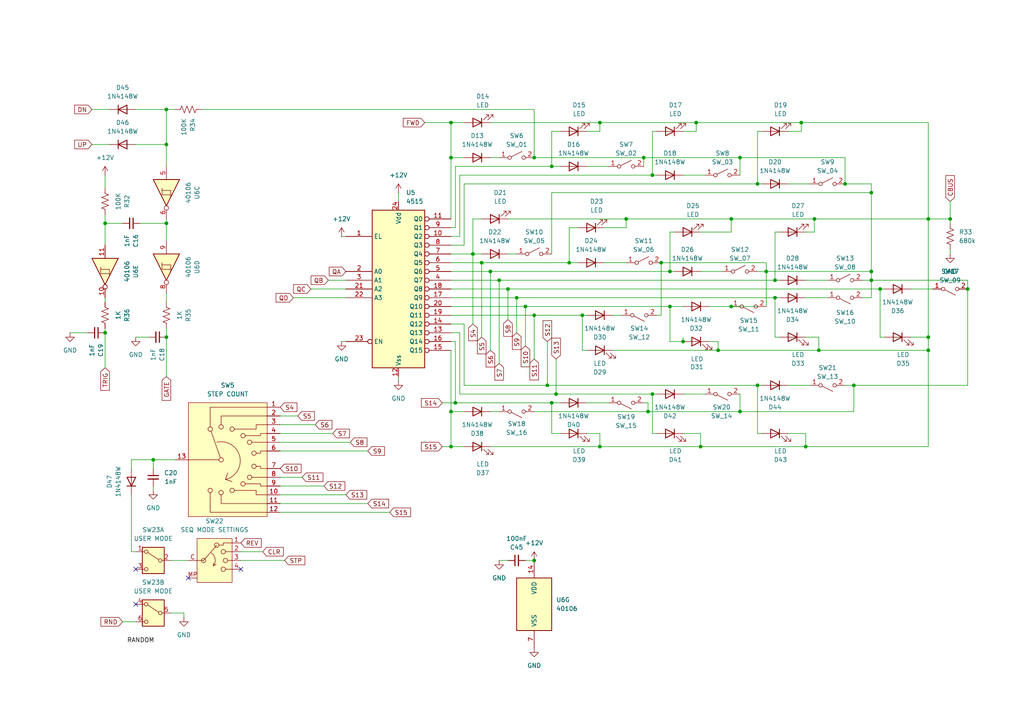
<source format=kicad_sch>
(kicad_sch (version 20231120) (generator "eeschema") (generator_version "8.0")
  (paper "A4")
  (lib_symbols
    (symbol "4xxx:40106" (pin_names (offset 1.016))
      (property "Reference" "U" (at 0 1.27 0))
      (property "Value" "40106" (at 0 -1.27 0))
      (symbol "40106_1_0"
        (pin input line (at -7.62 0 0) (length 3.81) (name "~") (number "1"))
        (pin output inverted (at 7.62 0 180) (length 3.81) (name "~") (number "2"))
      )
      (symbol "40106_2_0"
        (pin input line (at -7.62 0 0) (length 3.81) (name "~") (number "3"))
        (pin output inverted (at 7.62 0 180) (length 3.81) (name "~") (number "4"))
      )
      (symbol "40106_3_0"
        (pin input line (at -7.62 0 0) (length 3.81) (name "~") (number "5"))
        (pin output inverted (at 7.62 0 180) (length 3.81) (name "~") (number "6"))
      )
      (symbol "40106_4_0"
        (pin output inverted (at 7.62 0 180) (length 3.81) (name "~") (number "8"))
        (pin input line (at -7.62 0 0) (length 3.81) (name "~") (number "9"))
      )
      (symbol "40106_5_0"
        (pin output inverted (at 7.62 0 180) (length 3.81) (name "~") (number "10"))
        (pin input line (at -7.62 0 0) (length 3.81) (name "~") (number "11"))
      )
      (symbol "40106_6_0"
        (pin output inverted (at 7.62 0 180) (length 3.81) (name "~") (number "12"))
        (pin input line (at -7.62 0 0) (length 3.81) (name "~") (number "13"))
      )
      (symbol "40106_7_0"
        (pin power_in line (at 0 12.7 270) (length 5.08) (name "VDD") (number "14"))
        (pin power_in line (at 0 -12.7 90) (length 5.08) (name "VSS") (number "7"))
      )
    )
    (symbol "4xxx_IEEE:4515"
      (property "Reference" "U" (at 6.35 24.13 0))
      (property "Value" "4515" (at 3.81 -24.13 0))
      (symbol "4515_1_1"
        (pin input line (at -15.24 15.24 0) (length 7.62) (name "EL") (number "1"))
        (pin output inverted (at 15.24 15.24 180) (length 7.62) (name "Q2") (number "10"))
        (pin output inverted (at 15.24 20.32 180) (length 7.62) (name "Q0") (number "11"))
        (pin power_in line (at 0 -25.4 90) (length 2.54) (name "Vss") (number "12"))
        (pin output inverted (at 15.24 -12.7 180) (length 7.62) (name "Q13") (number "13"))
        (pin output inverted (at 15.24 -10.16 180) (length 7.62) (name "Q12") (number "14"))
        (pin output inverted (at 15.24 -17.78 180) (length 7.62) (name "Q15") (number "15"))
        (pin output inverted (at 15.24 -15.24 180) (length 7.62) (name "Q14") (number "16"))
        (pin output inverted (at 15.24 -2.54 180) (length 7.62) (name "Q9") (number "17"))
        (pin output inverted (at 15.24 0 180) (length 7.62) (name "Q8") (number "18"))
        (pin output inverted (at 15.24 -7.62 180) (length 7.62) (name "Q11") (number "19"))
        (pin input line (at -15.24 5.08 0) (length 7.62) (name "A0") (number "2"))
        (pin output inverted (at 15.24 -5.08 180) (length 7.62) (name "Q10") (number "20"))
        (pin input line (at -15.24 0 0) (length 7.62) (name "A2") (number "21"))
        (pin input line (at -15.24 -2.54 0) (length 7.62) (name "A3") (number "22"))
        (pin input inverted (at -15.24 -15.24 0) (length 7.62) (name "EN") (number "23"))
        (pin power_in line (at 0 25.4 270) (length 2.54) (name "Vdd") (number "24"))
        (pin input line (at -15.24 2.54 0) (length 7.62) (name "A1") (number "3"))
        (pin output inverted (at 15.24 2.54 180) (length 7.62) (name "Q7") (number "4"))
        (pin output inverted (at 15.24 5.08 180) (length 7.62) (name "Q6") (number "5"))
        (pin output inverted (at 15.24 7.62 180) (length 7.62) (name "Q5") (number "6"))
        (pin output inverted (at 15.24 10.16 180) (length 7.62) (name "Q4") (number "7"))
        (pin output inverted (at 15.24 12.7 180) (length 7.62) (name "Q3") (number "8"))
        (pin output inverted (at 15.24 17.78 180) (length 7.62) (name "Q1") (number "9"))
      )
    )
    (symbol "Device:C_Small" (pin_numbers hide) (pin_names (offset 0.254) hide)
      (property "Reference" "C" (at 0.254 1.778 0))
      (property "Value" "C_Small" (at 0.254 -2.032 0))
      (symbol "C_Small_1_1"
        (pin passive line (at 0 2.54 270) (length 2.032) (name "~") (number "1"))
        (pin passive line (at 0 -2.54 90) (length 2.032) (name "~") (number "2"))
      )
    )
    (symbol "Device:LED" (pin_numbers hide) (pin_names (offset 1.016) hide)
      (property "Reference" "D" (at 0 2.54 0))
      (property "Value" "LED" (at 0 -2.54 0))
      (symbol "LED_1_1"
        (pin passive line (at -3.81 0 0) (length 2.54) (name "K") (number "1"))
        (pin passive line (at 3.81 0 180) (length 2.54) (name "A") (number "2"))
      )
    )
    (symbol "Device:R_US" (pin_numbers hide) (pin_names (offset 0))
      (property "Reference" "R" (at 2.54 0 90))
      (property "Value" "R_US" (at -2.54 0 90))
      (symbol "R_US_1_1"
        (pin passive line (at 0 3.81 270) (length 1.27) (name "~") (number "1"))
        (pin passive line (at 0 -3.81 90) (length 1.27) (name "~") (number "2"))
      )
    )
    (symbol "Diode:1N4148W" (pin_numbers hide) (pin_names hide)
      (property "Reference" "D" (at 0 2.54 0))
      (property "Value" "1N4148W" (at 0 -2.54 0))
      (symbol "1N4148W_1_1"
        (pin passive line (at -3.81 0 0) (length 2.54) (name "K") (number "1"))
        (pin passive line (at 3.81 0 180) (length 2.54) (name "A") (number "2"))
      )
    )
    (symbol "Switch:SW_DPDT_x2" (pin_names (offset 0) hide)
      (property "Reference" "SW" (at 0 5.08 0))
      (property "Value" "SW_DPDT_x2" (at 0 -5.08 0))
      (symbol "SW_DPDT_x2_1_1"
        (pin passive line (at 5.08 2.54 180) (length 2.54) (name "A") (number "1"))
        (pin passive line (at -5.08 0 0) (length 2.54) (name "B") (number "2"))
        (pin passive line (at 5.08 -2.54 180) (length 2.54) (name "C") (number "3"))
      )
      (symbol "SW_DPDT_x2_2_1"
        (pin passive line (at 5.08 2.54 180) (length 2.54) (name "A") (number "4"))
        (pin passive line (at -5.08 0 0) (length 2.54) (name "B") (number "5"))
        (pin passive line (at 5.08 -2.54 180) (length 2.54) (name "C") (number "6"))
      )
    )
    (symbol "Switch:SW_Rotary_1x12" (pin_names (offset 1.016) hide)
      (property "Reference" "SW" (at 0 17.78 0))
      (property "Value" "SW_Rotary_1x12" (at 0 -17.78 0))
      (symbol "SW_Rotary_1x12_1_1"
        (pin passive line (at 15.24 15.24 180) (length 3.81) (name "1") (number "1"))
        (pin passive line (at 15.24 -10.16 180) (length 3.81) (name "10") (number "10"))
        (pin passive line (at 15.24 -12.7 180) (length 3.81) (name "11") (number "11"))
        (pin passive line (at 15.24 -15.24 180) (length 3.81) (name "12") (number "12"))
        (pin passive line (at -15.24 0 0) (length 3.81) (name "13") (number "13"))
        (pin passive line (at 15.24 12.7 180) (length 3.81) (name "2") (number "2"))
        (pin passive line (at 15.24 10.16 180) (length 3.81) (name "3") (number "3"))
        (pin passive line (at 15.24 7.62 180) (length 3.81) (name "4") (number "4"))
        (pin passive line (at 15.24 5.08 180) (length 3.81) (name "5") (number "5"))
        (pin passive line (at 15.24 2.54 180) (length 3.81) (name "6") (number "6"))
        (pin passive line (at 15.24 -2.54 180) (length 3.81) (name "7") (number "7"))
        (pin passive line (at 15.24 -5.08 180) (length 3.81) (name "8") (number "8"))
        (pin passive line (at 15.24 -7.62 180) (length 3.81) (name "9") (number "9"))
      )
    )
    (symbol "Switch:SW_SP4T_NR01104" (pin_names hide)
      (property "Reference" "SW" (at 0 7.62 0))
      (property "Value" "SW_SP4T_NR01104" (at 0 -7.62 0))
      (symbol "SW_SP4T_NR01104_1_1"
        (pin passive line (at 7.62 5.08 180) (length 2.54) (name "1") (number "1"))
        (pin passive line (at 7.62 2.54 180) (length 2.54) (name "2") (number "2"))
        (pin passive line (at 7.62 0 180) (length 2.54) (name "3") (number "3"))
        (pin passive line (at 7.62 -2.54 180) (length 2.54) (name "4") (number "4"))
        (pin no_connect line (at 5.08 -5.08 180) (length 0) hide (name "") (number "5"))
        (pin passive line (at -7.62 0 0) (length 2.54) (name "Common") (number "C"))
        (pin passive line (at -7.62 -5.08 0) (length 2.54) (name "MP") (number "MP"))
      )
    )
    (symbol "Switch:SW_SPST" (pin_names (offset 0) hide)
      (property "Reference" "SW" (at 0 3.175 0))
      (property "Value" "SW_SPST" (at 0 -2.54 0))
      (symbol "SW_SPST_1_1"
        (pin passive line (at -5.08 0 0) (length 2.54) (name "A") (number "1"))
        (pin passive line (at 5.08 0 180) (length 2.54) (name "B") (number "2"))
      )
    )
    (symbol "power:+12V" (power) (pin_numbers hide) (pin_names (offset 0) hide)
      (property "Value" "+12V" (at 0 3.556 0))
      (symbol "+12V_1_1"
        (pin power_in line (at 0 0 90) (length 0) (name "~") (number "1"))
      )
    )
    (symbol "power:GND" (power) (pin_numbers hide) (pin_names (offset 0) hide)
      (property "Value" "GND" (at 0 -3.81 0))
      (symbol "GND_1_1"
        (pin power_in line (at 0 0 270) (length 0) (name "~") (number "1"))
      )
    )
  )
  (junction (at 212.09 63.5))
  (junction (at 224.79 81.28))
  (junction (at 181.61 63.5))
  (junction (at 233.68 129.54))
  (junction (at 130.81 45.72))
  (junction (at 30.48 96.52))
  (junction (at 130.81 35.56))
  (junction (at 152.4 88.9))
  (junction (at 139.7 76.2))
  (junction (at 44.45 133.35))
  (junction (at 158.75 111.76))
  (junction (at 160.02 116.84))
  (junction (at 186.69 45.72))
  (junction (at 191.77 76.2))
  (junction (at 149.86 86.36))
  (junction (at 252.73 78.74))
  (junction (at 168.91 91.44))
  (junction (at 237.49 101.6))
  (junction (at 275.59 63.5))
  (junction (at 132.08 116.84))
  (junction (at 214.63 119.38))
  (junction (at 173.99 129.54))
  (junction (at 194.31 88.9))
  (junction (at 48.26 41.91))
  (junction (at 165.1 76.2))
  (junction (at 30.48 64.77))
  (junction (at 154.94 162.56))
  (junction (at 222.25 78.74))
  (junction (at 280.67 83.82))
  (junction (at 144.78 81.28))
  (junction (at 201.93 35.56))
  (junction (at 208.28 101.6))
  (junction (at 252.73 55.88))
  (junction (at 187.96 119.38))
  (junction (at 48.26 97.79))
  (junction (at 232.41 35.56))
  (junction (at 198.12 99.06))
  (junction (at 48.26 31.75))
  (junction (at 130.81 119.38))
  (junction (at 189.23 114.3))
  (junction (at 147.32 83.82))
  (junction (at 203.2 129.54))
  (junction (at 269.24 97.79))
  (junction (at 194.31 78.74))
  (junction (at 269.24 101.6))
  (junction (at 219.71 111.76))
  (junction (at 224.79 86.36))
  (junction (at 219.71 53.34))
  (junction (at 154.94 91.44))
  (junction (at 154.94 45.72))
  (junction (at 137.16 73.66))
  (junction (at 212.09 88.9))
  (junction (at 269.24 63.5))
  (junction (at 247.65 111.76))
  (junction (at 189.23 50.8))
  (junction (at 161.29 114.3))
  (junction (at 173.99 35.56))
  (junction (at 236.22 63.5))
  (junction (at 130.81 129.54))
  (junction (at 255.27 83.82))
  (junction (at 160.02 48.26))
  (junction (at 245.11 53.34))
  (junction (at 48.26 64.77))
  (junction (at 214.63 45.72))
  (junction (at 252.73 81.28))
  (junction (at 142.24 78.74))
  (no_connect (at 54.61 167.64))
  (no_connect (at 69.85 165.1))
  (no_connect (at 39.37 165.1))
  (no_connect (at 39.37 175.26))
  (wire (pts (xy 201.93 38.1) (xy 198.12 38.1)))
  (wire (pts (xy 38.1 160.02) (xy 39.37 160.02)))
  (wire (pts (xy 173.99 38.1) (xy 170.18 38.1)))
  (wire (pts (xy 240.03 86.36) (xy 233.68 86.36)))
  (wire (pts (xy 133.35 50.8) (xy 133.35 68.58)))
  (wire (pts (xy 130.81 78.74) (xy 142.24 78.74)))
  (wire (pts (xy 147.32 83.82) (xy 147.32 92.71)))
  (wire (pts (xy 137.16 73.66) (xy 139.7 73.66)))
  (wire (pts (xy 173.99 35.56) (xy 201.93 35.56)))
  (wire (pts (xy 58.42 31.75) (xy 154.94 31.75)))
  (wire (pts (xy 233.68 129.54) (xy 233.68 125.73)))
  (wire (pts (xy 48.26 87.63) (xy 48.26 85.09)))
  (wire (pts (xy 187.96 116.84) (xy 187.96 119.38)))
  (wire (pts (xy 161.29 104.14) (xy 161.29 114.3)))
  (wire (pts (xy 123.19 35.56) (xy 130.81 35.56)))
  (wire (pts (xy 236.22 63.5) (xy 236.22 67.31)))
  (wire (pts (xy 208.28 101.6) (xy 237.49 101.6)))
  (wire (pts (xy 255.27 97.79) (xy 255.27 83.82)))
  (wire (pts (xy 275.59 58.42) (xy 275.59 63.5)))
  (wire (pts (xy 269.24 97.79) (xy 264.16 97.79)))
  (wire (pts (xy 247.65 119.38) (xy 247.65 111.76)))
  (wire (pts (xy 219.71 38.1) (xy 220.98 38.1)))
  (wire (pts (xy 69.85 162.56) (xy 82.55 162.56)))
  (wire (pts (xy 201.93 35.56) (xy 201.93 38.1)))
  (wire (pts (xy 133.35 50.8) (xy 189.23 50.8)))
  (wire (pts (xy 128.27 129.54) (xy 130.81 129.54)))
  (wire (pts (xy 134.62 93.98) (xy 130.81 93.98)))
  (wire (pts (xy 176.53 116.84) (xy 170.18 116.84)))
  (wire (pts (xy 142.24 35.56) (xy 173.99 35.56)))
  (wire (pts (xy 236.22 67.31) (xy 233.68 67.31)))
  (wire (pts (xy 194.31 78.74) (xy 195.58 78.74)))
  (wire (pts (xy 168.91 91.44) (xy 170.18 91.44)))
  (wire (pts (xy 233.68 81.28) (xy 240.03 81.28)))
  (wire (pts (xy 81.28 128.27) (xy 101.6 128.27)))
  (wire (pts (xy 130.81 88.9) (xy 152.4 88.9)))
  (wire (pts (xy 130.81 119.38) (xy 134.62 119.38)))
  (wire (pts (xy 160.02 73.66) (xy 160.02 55.88)))
  (wire (pts (xy 38.1 133.35) (xy 38.1 135.89)))
  (wire (pts (xy 132.08 116.84) (xy 132.08 99.06)))
  (wire (pts (xy 232.41 38.1) (xy 228.6 38.1)))
  (wire (pts (xy 245.11 111.76) (xy 247.65 111.76)))
  (wire (pts (xy 134.62 53.34) (xy 219.71 53.34)))
  (wire (pts (xy 48.26 63.5) (xy 48.26 64.77)))
  (wire (pts (xy 132.08 116.84) (xy 160.02 116.84)))
  (wire (pts (xy 198.12 97.79) (xy 198.12 99.06)))
  (wire (pts (xy 160.02 55.88) (xy 252.73 55.88)))
  (wire (pts (xy 161.29 114.3) (xy 189.23 114.3)))
  (wire (pts (xy 269.24 63.5) (xy 275.59 63.5)))
  (wire (pts (xy 95.25 81.28) (xy 100.33 81.28)))
  (wire (pts (xy 168.91 101.6) (xy 170.18 101.6)))
  (wire (pts (xy 198.12 125.73) (xy 203.2 125.73)))
  (wire (pts (xy 142.24 78.74) (xy 194.31 78.74)))
  (wire (pts (xy 154.94 91.44) (xy 168.91 91.44)))
  (wire (pts (xy 180.34 91.44) (xy 177.8 91.44)))
  (wire (pts (xy 165.1 66.04) (xy 167.64 66.04)))
  (wire (pts (xy 137.16 63.5) (xy 137.16 73.66)))
  (wire (pts (xy 189.23 50.8) (xy 190.5 50.8)))
  (wire (pts (xy 160.02 38.1) (xy 160.02 48.26)))
  (wire (pts (xy 81.28 138.43) (xy 87.63 138.43)))
  (wire (pts (xy 219.71 78.74) (xy 222.25 78.74)))
  (wire (pts (xy 38.1 143.51) (xy 38.1 160.02)))
  (wire (pts (xy 173.99 35.56) (xy 173.99 38.1)))
  (wire (pts (xy 181.61 63.5) (xy 212.09 63.5)))
  (wire (pts (xy 30.48 96.52) (xy 30.48 106.68)))
  (wire (pts (xy 139.7 76.2) (xy 139.7 97.79)))
  (wire (pts (xy 38.1 133.35) (xy 44.45 133.35)))
  (wire (pts (xy 81.28 120.65) (xy 86.36 120.65)))
  (wire (pts (xy 237.49 101.6) (xy 269.24 101.6)))
  (wire (pts (xy 30.48 50.8) (xy 30.48 54.61)))
  (wire (pts (xy 50.8 133.35) (xy 44.45 133.35)))
  (wire (pts (xy 20.32 96.52) (xy 25.4 96.52)))
  (wire (pts (xy 30.48 62.23) (xy 30.48 64.77)))
  (wire (pts (xy 31.75 31.75) (xy 26.67 31.75)))
  (wire (pts (xy 252.73 81.28) (xy 252.73 86.36)))
  (wire (pts (xy 194.31 67.31) (xy 195.58 67.31)))
  (wire (pts (xy 275.59 72.39) (xy 275.59 73.66)))
  (wire (pts (xy 30.48 87.63) (xy 30.48 86.36)))
  (wire (pts (xy 269.24 35.56) (xy 232.41 35.56)))
  (wire (pts (xy 48.26 41.91) (xy 48.26 48.26)))
  (wire (pts (xy 154.94 119.38) (xy 187.96 119.38)))
  (wire (pts (xy 158.75 99.06) (xy 158.75 111.76)))
  (wire (pts (xy 100.33 86.36) (xy 85.09 86.36)))
  (wire (pts (xy 224.79 86.36) (xy 226.06 86.36)))
  (wire (pts (xy 186.69 116.84) (xy 187.96 116.84)))
  (wire (pts (xy 269.24 101.6) (xy 269.24 129.54)))
  (wire (pts (xy 177.8 101.6) (xy 208.28 101.6)))
  (wire (pts (xy 186.69 45.72) (xy 214.63 45.72)))
  (wire (pts (xy 222.25 78.74) (xy 252.73 78.74)))
  (wire (pts (xy 189.23 125.73) (xy 189.23 114.3)))
  (wire (pts (xy 187.96 119.38) (xy 214.63 119.38)))
  (wire (pts (xy 154.94 45.72) (xy 186.69 45.72)))
  (wire (pts (xy 81.28 148.59) (xy 113.03 148.59)))
  (wire (pts (xy 149.86 86.36) (xy 149.86 96.52)))
  (wire (pts (xy 280.67 81.28) (xy 252.73 81.28)))
  (wire (pts (xy 132.08 66.04) (xy 130.81 66.04)))
  (wire (pts (xy 181.61 76.2) (xy 175.26 76.2)))
  (wire (pts (xy 142.24 129.54) (xy 173.99 129.54)))
  (wire (pts (xy 130.81 76.2) (xy 139.7 76.2)))
  (wire (pts (xy 53.34 177.8) (xy 53.34 179.07)))
  (wire (pts (xy 132.08 48.26) (xy 132.08 66.04)))
  (wire (pts (xy 214.63 119.38) (xy 247.65 119.38)))
  (wire (pts (xy 228.6 53.34) (xy 234.95 53.34)))
  (wire (pts (xy 152.4 162.56) (xy 154.94 162.56)))
  (wire (pts (xy 48.26 97.79) (xy 48.26 95.25)))
  (wire (pts (xy 189.23 38.1) (xy 189.23 50.8)))
  (wire (pts (xy 48.26 31.75) (xy 48.26 41.91)))
  (wire (pts (xy 165.1 76.2) (xy 167.64 76.2)))
  (wire (pts (xy 130.81 81.28) (xy 144.78 81.28)))
  (wire (pts (xy 134.62 111.76) (xy 134.62 93.98)))
  (wire (pts (xy 160.02 116.84) (xy 162.56 116.84)))
  (wire (pts (xy 130.81 45.72) (xy 130.81 63.5)))
  (wire (pts (xy 134.62 71.12) (xy 130.81 71.12)))
  (wire (pts (xy 219.71 88.9) (xy 212.09 88.9)))
  (wire (pts (xy 194.31 88.9) (xy 198.12 88.9)))
  (wire (pts (xy 69.85 160.02) (xy 76.2 160.02)))
  (wire (pts (xy 245.11 53.34) (xy 252.73 53.34)))
  (wire (pts (xy 173.99 129.54) (xy 203.2 129.54)))
  (wire (pts (xy 154.94 91.44) (xy 154.94 104.14)))
  (wire (pts (xy 44.45 133.35) (xy 44.45 135.89)))
  (wire (pts (xy 133.35 68.58) (xy 130.81 68.58)))
  (wire (pts (xy 132.08 48.26) (xy 160.02 48.26)))
  (wire (pts (xy 224.79 97.79) (xy 226.06 97.79)))
  (wire (pts (xy 160.02 125.73) (xy 160.02 116.84)))
  (wire (pts (xy 133.35 114.3) (xy 133.35 96.52)))
  (wire (pts (xy 201.93 35.56) (xy 232.41 35.56)))
  (wire (pts (xy 204.47 114.3) (xy 198.12 114.3)))
  (wire (pts (xy 50.8 31.75) (xy 48.26 31.75)))
  (wire (pts (xy 250.19 81.28) (xy 252.73 81.28)))
  (wire (pts (xy 224.79 67.31) (xy 224.79 81.28)))
  (wire (pts (xy 252.73 55.88) (xy 252.73 78.74)))
  (wire (pts (xy 222.25 78.74) (xy 222.25 88.9)))
  (wire (pts (xy 252.73 78.74) (xy 252.73 81.28)))
  (wire (pts (xy 130.81 35.56) (xy 134.62 35.56)))
  (wire (pts (xy 48.26 64.77) (xy 48.26 69.85)))
  (wire (pts (xy 44.45 140.97) (xy 44.45 142.24)))
  (wire (pts (xy 191.77 91.44) (xy 190.5 91.44)))
  (wire (pts (xy 134.62 53.34) (xy 134.62 71.12)))
  (wire (pts (xy 214.63 114.3) (xy 214.63 119.38)))
  (wire (pts (xy 275.59 63.5) (xy 275.59 64.77)))
  (wire (pts (xy 81.28 130.81) (xy 106.68 130.81)))
  (wire (pts (xy 144.78 81.28) (xy 144.78 105.41)))
  (wire (pts (xy 181.61 66.04) (xy 181.61 63.5)))
  (wire (pts (xy 228.6 111.76) (xy 234.95 111.76)))
  (wire (pts (xy 219.71 53.34) (xy 220.98 53.34)))
  (wire (pts (xy 35.56 180.34) (xy 39.37 180.34)))
  (wire (pts (xy 214.63 45.72) (xy 214.63 50.8)))
  (wire (pts (xy 170.18 125.73) (xy 173.99 125.73)))
  (wire (pts (xy 252.73 86.36) (xy 250.19 86.36)))
  (wire (pts (xy 39.37 97.79) (xy 43.18 97.79)))
  (wire (pts (xy 255.27 83.82) (xy 256.54 83.82)))
  (wire (pts (xy 203.2 67.31) (xy 212.09 67.31)))
  (wire (pts (xy 189.23 125.73) (xy 190.5 125.73)))
  (wire (pts (xy 191.77 76.2) (xy 191.77 91.44)))
  (wire (pts (xy 144.78 162.56) (xy 147.32 162.56)))
  (wire (pts (xy 115.57 110.49) (xy 115.57 109.22)))
  (wire (pts (xy 158.75 111.76) (xy 219.71 111.76)))
  (wire (pts (xy 219.71 111.76) (xy 220.98 111.76)))
  (wire (pts (xy 203.2 125.73) (xy 203.2 129.54)))
  (wire (pts (xy 245.11 45.72) (xy 245.11 53.34)))
  (wire (pts (xy 35.56 64.77) (xy 30.48 64.77)))
  (wire (pts (xy 144.78 81.28) (xy 224.79 81.28)))
  (wire (pts (xy 48.26 64.77) (xy 40.64 64.77)))
  (wire (pts (xy 149.86 86.36) (xy 224.79 86.36)))
  (wire (pts (xy 219.71 111.76) (xy 219.71 125.73)))
  (wire (pts (xy 144.78 119.38) (xy 142.24 119.38)))
  (wire (pts (xy 224.79 81.28) (xy 226.06 81.28)))
  (wire (pts (xy 147.32 83.82) (xy 255.27 83.82)))
  (wire (pts (xy 255.27 97.79) (xy 256.54 97.79)))
  (wire (pts (xy 214.63 45.72) (xy 245.11 45.72)))
  (wire (pts (xy 194.31 99.06) (xy 198.12 99.06)))
  (wire (pts (xy 160.02 125.73) (xy 162.56 125.73)))
  (wire (pts (xy 191.77 76.2) (xy 222.25 76.2)))
  (wire (pts (xy 149.86 73.66) (xy 147.32 73.66)))
  (wire (pts (xy 130.81 35.56) (xy 130.81 45.72)))
  (wire (pts (xy 232.41 35.56) (xy 232.41 38.1)))
  (wire (pts (xy 233.68 125.73) (xy 228.6 125.73)))
  (wire (pts (xy 154.94 31.75) (xy 154.94 45.72)))
  (wire (pts (xy 280.67 111.76) (xy 280.67 83.82)))
  (wire (pts (xy 81.28 140.97) (xy 93.98 140.97)))
  (wire (pts (xy 39.37 31.75) (xy 48.26 31.75)))
  (wire (pts (xy 212.09 67.31) (xy 212.09 63.5)))
  (wire (pts (xy 209.55 78.74) (xy 203.2 78.74)))
  (wire (pts (xy 176.53 48.26) (xy 170.18 48.26)))
  (wire (pts (xy 173.99 125.73) (xy 173.99 129.54)))
  (wire (pts (xy 203.2 129.54) (xy 233.68 129.54)))
  (wire (pts (xy 212.09 88.9) (xy 205.74 88.9)))
  (wire (pts (xy 132.08 99.06) (xy 130.81 99.06)))
  (wire (pts (xy 130.81 86.36) (xy 149.86 86.36)))
  (wire (pts (xy 237.49 97.79) (xy 237.49 101.6)))
  (wire (pts (xy 48.26 97.79) (xy 48.26 109.22)))
  (wire (pts (xy 186.69 45.72) (xy 186.69 48.26)))
  (wire (pts (xy 133.35 114.3) (xy 161.29 114.3)))
  (wire (pts (xy 175.26 66.04) (xy 181.61 66.04)))
  (wire (pts (xy 90.17 83.82) (xy 100.33 83.82)))
  (wire (pts (xy 212.09 63.5) (xy 236.22 63.5)))
  (wire (pts (xy 128.27 116.84) (xy 132.08 116.84)))
  (wire (pts (xy 269.24 63.5) (xy 236.22 63.5)))
  (wire (pts (xy 165.1 66.04) (xy 165.1 76.2)))
  (wire (pts (xy 30.48 96.52) (xy 30.48 95.25)))
  (wire (pts (xy 189.23 38.1) (xy 190.5 38.1)))
  (wire (pts (xy 160.02 48.26) (xy 162.56 48.26)))
  (wire (pts (xy 139.7 76.2) (xy 165.1 76.2)))
  (wire (pts (xy 130.81 129.54) (xy 130.81 119.38)))
  (wire (pts (xy 269.24 97.79) (xy 269.24 101.6)))
  (wire (pts (xy 142.24 78.74) (xy 142.24 101.6)))
  (wire (pts (xy 190.5 114.3) (xy 189.23 114.3)))
  (wire (pts (xy 204.47 50.8) (xy 198.12 50.8)))
  (wire (pts (xy 269.24 63.5) (xy 269.24 35.56)))
  (wire (pts (xy 130.81 91.44) (xy 154.94 91.44)))
  (wire (pts (xy 81.28 146.05) (xy 106.68 146.05)))
  (wire (pts (xy 139.7 63.5) (xy 137.16 63.5)))
  (wire (pts (xy 152.4 88.9) (xy 194.31 88.9)))
  (wire (pts (xy 130.81 73.66) (xy 137.16 73.66)))
  (wire (pts (xy 269.24 129.54) (xy 233.68 129.54)))
  (wire (pts (xy 147.32 63.5) (xy 181.61 63.5)))
  (wire (pts (xy 133.35 96.52) (xy 130.81 96.52)))
  (wire (pts (xy 205.74 99.06) (xy 208.28 99.06)))
  (wire (pts (xy 152.4 88.9) (xy 152.4 100.33)))
  (wire (pts (xy 224.79 67.31) (xy 226.06 67.31)))
  (wire (pts (xy 280.67 83.82) (xy 280.67 81.28)))
  (wire (pts (xy 99.06 68.58) (xy 100.33 68.58)))
  (wire (pts (xy 130.81 119.38) (xy 130.81 101.6)))
  (wire (pts (xy 252.73 53.34) (xy 252.73 55.88)))
  (wire (pts (xy 130.81 45.72) (xy 134.62 45.72)))
  (wire (pts (xy 208.28 99.06) (xy 208.28 101.6)))
  (wire (pts (xy 219.71 125.73) (xy 220.98 125.73)))
  (wire (pts (xy 49.53 177.8) (xy 53.34 177.8)))
  (wire (pts (xy 81.28 143.51) (xy 100.33 143.51)))
  (wire (pts (xy 269.24 63.5) (xy 269.24 97.79)))
  (wire (pts (xy 233.68 97.79) (xy 237.49 97.79)))
  (wire (pts (xy 194.31 88.9) (xy 194.31 99.06)))
  (wire (pts (xy 81.28 123.19) (xy 91.44 123.19)))
  (wire (pts (xy 134.62 111.76) (xy 158.75 111.76)))
  (wire (pts (xy 219.71 38.1) (xy 219.71 53.34)))
  (wire (pts (xy 48.26 41.91) (xy 39.37 41.91)))
  (wire (pts (xy 137.16 73.66) (xy 137.16 93.98)))
  (wire (pts (xy 99.06 99.06) (xy 100.33 99.06)))
  (wire (pts (xy 31.75 41.91) (xy 26.67 41.91)))
  (wire (pts (xy 222.25 76.2) (xy 222.25 78.74)))
  (wire (pts (xy 247.65 111.76) (xy 280.67 111.76)))
  (wire (pts (xy 264.16 83.82) (xy 270.51 83.82)))
  (wire (pts (xy 224.79 97.79) (xy 224.79 86.36)))
  (wire (pts (xy 168.91 91.44) (xy 168.91 101.6)))
  (wire (pts (xy 130.81 129.54) (xy 134.62 129.54)))
  (wire (pts (xy 130.81 83.82) (xy 147.32 83.82)))
  (wire (pts (xy 160.02 38.1) (xy 162.56 38.1)))
  (wire (pts (xy 81.28 125.73) (xy 96.52 125.73)))
  (wire (pts (xy 30.48 64.77) (xy 30.48 71.12)))
  (wire (pts (xy 144.78 45.72) (xy 142.24 45.72)))
  (wire (pts (xy 194.31 67.31) (xy 194.31 78.74)))
  (wire (pts (xy 49.53 162.56) (xy 54.61 162.56)))
  (wire (pts (xy 115.57 55.88) (xy 115.57 58.42)))
  (label "RANDOM" (at 36.83 186.69 0))
  (global_label "QB" (shape input) (at 95.25 81.28 180) (property "Intersheetrefs" "${INTERSHEET_REFS}" (effects (hide yes))))
  (global_label "S9" (shape input) (at 149.86 96.52 270) (property "Intersheetrefs" "${INTERSHEET_REFS}" (effects (hide yes))))
  (global_label "CBUS" (shape input) (at 275.59 58.42 90) (property "Intersheetrefs" "${INTERSHEET_REFS}" (effects (hide yes))))
  (global_label "UP" (shape input) (at 26.67 41.91 180) (property "Intersheetrefs" "${INTERSHEET_REFS}" (effects (hide yes))))
  (global_label "S4" (shape input) (at 81.28 118.11 0) (property "Intersheetrefs" "${INTERSHEET_REFS}" (effects (hide yes))))
  (global_label "S8" (shape input) (at 147.32 92.71 270) (property "Intersheetrefs" "${INTERSHEET_REFS}" (effects (hide yes))))
  (global_label "S7" (shape input) (at 96.52 125.73 0) (property "Intersheetrefs" "${INTERSHEET_REFS}" (effects (hide yes))))
  (global_label "S13" (shape input) (at 161.29 104.14 90) (property "Intersheetrefs" "${INTERSHEET_REFS}" (effects (hide yes))))
  (global_label "S7" (shape input) (at 144.78 105.41 270) (property "Intersheetrefs" "${INTERSHEET_REFS}" (effects (hide yes))))
  (global_label "QA" (shape input) (at 100.33 78.74 180) (property "Intersheetrefs" "${INTERSHEET_REFS}" (effects (hide yes))))
  (global_label "S5" (shape input) (at 139.7 97.79 270) (property "Intersheetrefs" "${INTERSHEET_REFS}" (effects (hide yes))))
  (global_label "REV" (shape input) (at 69.85 157.48 0) (property "Intersheetrefs" "${INTERSHEET_REFS}" (effects (hide yes))))
  (global_label "S12" (shape input) (at 93.98 140.97 0) (property "Intersheetrefs" "${INTERSHEET_REFS}" (effects (hide yes))))
  (global_label "CLR" (shape input) (at 76.2 160.02 0) (property "Intersheetrefs" "${INTERSHEET_REFS}" (effects (hide yes))))
  (global_label "S11" (shape input) (at 154.94 104.14 270) (property "Intersheetrefs" "${INTERSHEET_REFS}" (effects (hide yes))))
  (global_label "S15" (shape input) (at 128.27 129.54 180) (property "Intersheetrefs" "${INTERSHEET_REFS}" (effects (hide yes))))
  (global_label "S11" (shape input) (at 87.63 138.43 0) (property "Intersheetrefs" "${INTERSHEET_REFS}" (effects (hide yes))))
  (global_label "S15" (shape input) (at 113.03 148.59 0) (property "Intersheetrefs" "${INTERSHEET_REFS}" (effects (hide yes))))
  (global_label "TRIG" (shape input) (at 30.48 106.68 270) (property "Intersheetrefs" "${INTERSHEET_REFS}" (effects (hide yes))))
  (global_label "S9" (shape input) (at 106.68 130.81 0) (property "Intersheetrefs" "${INTERSHEET_REFS}" (effects (hide yes))))
  (global_label "S5" (shape input) (at 86.36 120.65 0) (property "Intersheetrefs" "${INTERSHEET_REFS}" (effects (hide yes))))
  (global_label "GATE" (shape input) (at 48.26 109.22 270) (property "Intersheetrefs" "${INTERSHEET_REFS}" (effects (hide yes))))
  (global_label "DN" (shape input) (at 26.67 31.75 180) (property "Intersheetrefs" "${INTERSHEET_REFS}" (effects (hide yes))))
  (global_label "STP" (shape input) (at 82.55 162.56 0) (property "Intersheetrefs" "${INTERSHEET_REFS}" (effects (hide yes))))
  (global_label "QD" (shape input) (at 85.09 86.36 180) (property "Intersheetrefs" "${INTERSHEET_REFS}" (effects (hide yes))))
  (global_label "S13" (shape input) (at 100.33 143.51 0) (property "Intersheetrefs" "${INTERSHEET_REFS}" (effects (hide yes))))
  (global_label "S14" (shape input) (at 106.68 146.05 0) (property "Intersheetrefs" "${INTERSHEET_REFS}" (effects (hide yes))))
  (global_label "FWD" (shape input) (at 123.19 35.56 180) (property "Intersheetrefs" "${INTERSHEET_REFS}" (effects (hide yes))))
  (global_label "QC" (shape input) (at 90.17 83.82 180) (property "Intersheetrefs" "${INTERSHEET_REFS}" (effects (hide yes))))
  (global_label "S12" (shape input) (at 158.75 99.06 90) (property "Intersheetrefs" "${INTERSHEET_REFS}" (effects (hide yes))))
  (global_label "RND" (shape input) (at 35.56 180.34 180) (property "Intersheetrefs" "${INTERSHEET_REFS}" (effects (hide yes))))
  (global_label "S6" (shape input) (at 142.24 101.6 270) (property "Intersheetrefs" "${INTERSHEET_REFS}" (effects (hide yes))))
  (global_label "S4" (shape input) (at 137.16 93.98 270) (property "Intersheetrefs" "${INTERSHEET_REFS}" (effects (hide yes))))
  (global_label "S8" (shape input) (at 101.6 128.27 0) (property "Intersheetrefs" "${INTERSHEET_REFS}" (effects (hide yes))))
  (global_label "S10" (shape input) (at 81.28 135.89 0) (property "Intersheetrefs" "${INTERSHEET_REFS}" (effects (hide yes))))
  (global_label "S14" (shape input) (at 128.27 116.84 180) (property "Intersheetrefs" "${INTERSHEET_REFS}" (effects (hide yes))))
  (global_label "S10" (shape input) (at 152.4 100.33 270) (property "Intersheetrefs" "${INTERSHEET_REFS}" (effects (hide yes))))
  (global_label "S6" (shape input) (at 91.44 123.19 0) (property "Intersheetrefs" "${INTERSHEET_REFS}" (effects (hide yes))))
  (symbol (lib_id "Diode:1N4148W") (at 224.79 53.34 180) (unit 1)
    (property "Reference" "D20" (at 224.79 46.99 0))
    (property "Value" "1N4148W" (at 224.79 49.53 0))
    (property "Footprint" "Diode_SMD:D_SOD-123" (effects (hide yes)))
    (property "Datasheet" "https://www.vishay.com/docs/85748/1n4148w.pdf" (effects (hide yes)))
    (property "Description" "75V 0.15A Fast Switching Diode, SOD-123" (effects (hide yes)))
    (property "Sim.Device" "D" (effects (hide yes)))
    (property "Sim.Pins" "1=K 2=A" (effects (hide yes)))
  )
  (symbol (lib_id "Diode:1N4148W") (at 138.43 45.72 180) (unit 1)
    (property "Reference" "D13" (at 138.43 39.37 0))
    (property "Value" "1N4148W" (at 138.43 41.91 0))
    (property "Footprint" "Diode_SMD:D_SOD-123" (effects (hide yes)))
    (property "Datasheet" "https://www.vishay.com/docs/85748/1n4148w.pdf" (effects (hide yes)))
    (property "Description" "75V 0.15A Fast Switching Diode, SOD-123" (effects (hide yes)))
    (property "Sim.Device" "D" (effects (hide yes)))
    (property "Sim.Pins" "1=K 2=A" (effects (hide yes)))
  )
  (symbol (lib_id "Device:R_US") (at 54.61 31.75 90) (unit 1)
    (property "Reference" "R34" (at 55.8801 34.29 0) (effects (justify right)))
    (property "Value" "100K" (at 53.3401 34.29 0) (effects (justify right)))
    (property "Footprint" "Resistor_SMD:R_0805_2012Metric_Pad1.20x1.40mm_HandSolder" (effects (hide yes)))
    (property "Description" "Resistor, US symbol" (effects (hide yes)))
  )
  (symbol (lib_id "Device:LED") (at 166.37 38.1 180) (unit 1)
    (property "Reference" "D15" (at 167.9575 30.48 0))
    (property "Value" "LED" (at 167.9575 33.02 0))
    (property "Description" "Light emitting diode" (effects (hide yes)))
  )
  (symbol (lib_id "Diode:1N4148W") (at 229.87 86.36 0) (mirror y) (unit 1)
    (property "Reference" "D34" (at 229.87 92.71 0))
    (property "Value" "1N4148W" (at 229.87 90.17 0))
    (property "Footprint" "Diode_SMD:D_SOD-123" (effects (hide yes)))
    (property "Datasheet" "https://www.vishay.com/docs/85748/1n4148w.pdf" (effects (hide yes)))
    (property "Description" "75V 0.15A Fast Switching Diode, SOD-123" (effects (hide yes)))
    (property "Sim.Device" "D" (effects (hide yes)))
    (property "Sim.Pins" "1=K 2=A" (effects (hide yes)))
  )
  (symbol (lib_id "4xxx:40106") (at 30.48 78.74 270) (unit 5)
    (property "Reference" "U6" (at 39.37 78.74 0))
    (property "Value" "40106" (at 36.83 78.74 0))
    (property "Datasheet" "https://assets.nexperia.com/documents/data-sheet/HEF40106B.pdf" (effects (hide yes)))
    (property "Description" "Hex Schmitt trigger inverter" (effects (hide yes)))
  )
  (symbol (lib_id "Device:C_Small") (at 149.86 162.56 90) (unit 1)
    (property "Reference" "C45" (at 149.8537 158.75 90))
    (property "Value" "100nF" (at 149.8537 156.21 90))
    (property "Footprint" "Capacitor_SMD:C_0805_2012Metric_Pad1.18x1.45mm_HandSolder" (effects (hide yes)))
    (property "Description" "Unpolarized capacitor, small symbol" (effects (hide yes)))
  )
  (symbol (lib_id "Switch:SW_SPST") (at 217.17 88.9 0) (mirror x) (unit 1)
    (property "Reference" "SW15" (at 217.17 92.964 0))
    (property "Value" "SW_11" (at 217.17 95.504 0))
    (property "Description" "Single Pole Single Throw (SPST) switch" (effects (hide yes)))
  )
  (symbol (lib_id "Switch:SW_DPDT_x2") (at 44.45 162.56 0) (mirror y) (unit 1)
    (property "Reference" "SW23" (at 44.45 153.67 0))
    (property "Value" "USER MODE" (at 44.45 156.21 0))
    (property "Description" "Switch, dual pole double throw, separate symbols" (effects (hide yes)))
  )
  (symbol (lib_id "Switch:SW_SPST") (at 240.03 53.34 0) (unit 1)
    (property "Reference" "SW9" (at 240.03 46.99 0))
    (property "Value" "SW_04" (at 240.03 49.53 0))
    (property "Description" "Single Pole Single Throw (SPST) switch" (effects (hide yes)))
  )
  (symbol (lib_id "power:GND") (at 144.78 162.56 0) (unit 1)
    (property "Reference" "#PWR0103" (effects (hide yes)))
    (property "Value" "GND" (at 144.78 167.64 0))
    (property "Description" "Power symbol creates a global label with name \"GND\" , ground" (effects (hide yes)))
  )
  (symbol (lib_id "Device:C_Small") (at 45.72 97.79 270) (unit 1)
    (property "Reference" "C18" (at 46.99 102.8763 0))
    (property "Value" "1nF" (at 44.45 102.8763 0))
    (property "Footprint" "Capacitor_SMD:C_0805_2012Metric_Pad1.18x1.45mm_HandSolder" (effects (hide yes)))
    (property "Description" "Unpolarized capacitor, small symbol" (effects (hide yes)))
  )
  (symbol (lib_id "Switch:SW_SPST") (at 149.86 119.38 0) (mirror x) (unit 1)
    (property "Reference" "SW18" (at 149.86 122.936 0))
    (property "Value" "SW_16" (at 149.86 125.476 0))
    (property "Description" "Single Pole Single Throw (SPST) switch" (effects (hide yes)))
  )
  (symbol (lib_id "Device:LED") (at 229.87 97.79 0) (mirror y) (unit 1)
    (property "Reference" "D33" (at 231.4575 105.41 0))
    (property "Value" "LED" (at 231.4575 102.87 0))
    (property "Description" "Light emitting diode" (effects (hide yes)))
  )
  (symbol (lib_id "Switch:SW_SPST") (at 181.61 116.84 0) (mirror x) (unit 1)
    (property "Reference" "SW19" (at 181.61 120.904 0))
    (property "Value" "SW_15" (at 181.61 123.444 0))
    (property "Description" "Single Pole Single Throw (SPST) switch" (effects (hide yes)))
  )
  (symbol (lib_id "Switch:SW_SP4T_NR01104") (at 62.23 162.56 0) (unit 1)
    (property "Reference" "SW22" (at 62.23 151.13 0))
    (property "Value" "SEQ MODE SETTINGS" (at 62.23 153.67 0))
    (property "Footprint" "Button_Switch_THT:SW_NKK_NR01" (effects (hide yes)))
    (property "Datasheet" "https://www.nkkswitches.com/pdf/NR01%20Rotaries.pdf" (effects (hide yes)))
    (property "Description" "NKK Switches NR01 Series rotary SP4T switch" (effects (hide yes)))
  )
  (symbol (lib_id "Device:C_Small") (at 38.1 64.77 270) (unit 1)
    (property "Reference" "C16" (at 39.37 69.8563 0))
    (property "Value" "1nF" (at 36.83 69.8563 0))
    (property "Footprint" "Capacitor_SMD:C_0805_2012Metric_Pad1.18x1.45mm_HandSolder" (effects (hide yes)))
    (property "Description" "Unpolarized capacitor, small symbol" (effects (hide yes)))
  )
  (symbol (lib_id "power:+12V") (at 115.57 55.88 0) (unit 1)
    (property "Reference" "#PWR027" (effects (hide yes)))
    (property "Value" "+12V" (at 115.57 50.8 0))
    (property "Description" "Power symbol creates a global label with name \"+12V\"" (effects (hide yes)))
  )
  (symbol (lib_id "Switch:SW_Rotary_1x12") (at 66.04 133.35 0) (unit 1)
    (property "Reference" "SW5" (at 66.04 111.76 0))
    (property "Value" "STEP COUNT" (at 66.04 114.3 0))
    (property "Datasheet" "http://cdn-reichelt.de/documents/datenblatt/C200/DS-Serie%23LOR.pdf" (effects (hide yes)))
    (property "Description" "rotary switch with 12 positions" (effects (hide yes)))
  )
  (symbol (lib_id "4xxx:40106") (at 154.94 175.26 0) (unit 7)
    (property "Reference" "U6" (at 161.29 173.9899 0) (effects (justify left)))
    (property "Value" "40106" (at 161.29 176.5299 0) (effects (justify left)))
    (property "Datasheet" "https://assets.nexperia.com/documents/data-sheet/HEF40106B.pdf" (effects (hide yes)))
    (property "Description" "Hex Schmitt trigger inverter" (effects (hide yes)))
  )
  (symbol (lib_id "Device:C_Small") (at 27.94 96.52 270) (unit 1)
    (property "Reference" "C19" (at 29.21 101.6063 0))
    (property "Value" "1nF" (at 26.67 101.6063 0))
    (property "Footprint" "Capacitor_SMD:C_0805_2012Metric_Pad1.18x1.45mm_HandSolder" (effects (hide yes)))
    (property "Description" "Unpolarized capacitor, small symbol" (effects (hide yes)))
  )
  (symbol (lib_id "Diode:1N4148W") (at 35.56 41.91 0) (mirror x) (unit 1)
    (property "Reference" "D46" (at 35.56 35.56 0))
    (property "Value" "1N4148W" (at 35.56 38.1 0))
    (property "Footprint" "Diode_SMD:D_SOD-123" (effects (hide yes)))
    (property "Datasheet" "https://www.vishay.com/docs/85748/1n4148w.pdf" (effects (hide yes)))
    (property "Description" "75V 0.15A Fast Switching Diode, SOD-123" (effects (hide yes)))
    (property "Sim.Device" "D" (effects (hide yes)))
    (property "Sim.Pins" "1=K 2=A" (effects (hide yes)))
  )
  (symbol (lib_id "power:GND") (at 44.45 142.24 0) (unit 1)
    (property "Reference" "#PWR033" (effects (hide yes)))
    (property "Value" "GND" (at 44.45 147.32 0))
    (property "Description" "Power symbol creates a global label with name \"GND\" , ground" (effects (hide yes)))
  )
  (symbol (lib_id "Device:LED") (at 171.45 66.04 180) (unit 1)
    (property "Reference" "D23" (at 173.0375 58.42 0))
    (property "Value" "LED" (at 173.0375 60.96 0))
    (property "Description" "Light emitting diode" (effects (hide yes)))
  )
  (symbol (lib_id "Switch:SW_SPST") (at 275.59 83.82 0) (mirror x) (unit 1)
    (property "Reference" "SW17" (at 275.59 78.74 0))
    (property "Value" "SW_09" (at 275.59 81.28 0))
    (property "Description" "Single Pole Single Throw (SPST) switch" (effects (hide yes)))
  )
  (symbol (lib_id "Device:R_US") (at 275.59 68.58 0) (unit 1)
    (property "Reference" "R33" (at 278.13 67.3099 0) (effects (justify left)))
    (property "Value" "680k" (at 278.13 69.8499 0) (effects (justify left)))
    (property "Footprint" "Resistor_SMD:R_0805_2012Metric_Pad1.20x1.40mm_HandSolder" (effects (hide yes)))
    (property "Description" "Resistor, US symbol" (effects (hide yes)))
  )
  (symbol (lib_id "Device:LED") (at 199.39 67.31 180) (unit 1)
    (property "Reference" "D25" (at 200.9775 59.69 0))
    (property "Value" "LED" (at 200.9775 62.23 0))
    (property "Description" "Light emitting diode" (effects (hide yes)))
  )
  (symbol (lib_id "Switch:SW_SPST") (at 245.11 86.36 0) (mirror x) (unit 1)
    (property "Reference" "SW16" (at 245.11 90.678 0))
    (property "Value" "SW_10" (at 245.11 93.218 0))
    (property "Description" "Single Pole Single Throw (SPST) switch" (effects (hide yes)))
  )
  (symbol (lib_id "Device:LED") (at 138.43 35.56 180) (unit 1)
    (property "Reference" "D14" (at 140.0175 27.94 0))
    (property "Value" "LED" (at 140.0175 30.48 0))
    (property "Description" "Light emitting diode" (effects (hide yes)))
  )
  (symbol (lib_id "Device:LED") (at 229.87 67.31 180) (unit 1)
    (property "Reference" "D27" (at 231.4575 59.69 0))
    (property "Value" "LED" (at 231.4575 62.23 0))
    (property "Description" "Light emitting diode" (effects (hide yes)))
  )
  (symbol (lib_id "Device:LED") (at 224.79 38.1 180) (unit 1)
    (property "Reference" "D19" (at 226.3775 30.48 0))
    (property "Value" "LED" (at 226.3775 33.02 0))
    (property "Description" "Light emitting diode" (effects (hide yes)))
  )
  (symbol (lib_id "power:GND") (at 53.34 179.07 0) (mirror y) (unit 1)
    (property "Reference" "#PWR034" (effects (hide yes)))
    (property "Value" "GND" (at 53.34 184.15 0))
    (property "Description" "Power symbol creates a global label with name \"GND\" , ground" (effects (hide yes)))
  )
  (symbol (lib_id "Device:LED") (at 194.31 38.1 180) (unit 1)
    (property "Reference" "D17" (at 195.8975 30.48 0))
    (property "Value" "LED" (at 195.8975 33.02 0))
    (property "Description" "Light emitting diode" (effects (hide yes)))
  )
  (symbol (lib_id "Device:LED") (at 201.93 99.06 0) (mirror y) (unit 1)
    (property "Reference" "D31" (at 202.1205 106.426 0))
    (property "Value" "LED" (at 202.184 104.14 0))
    (property "Description" "Light emitting diode" (effects (hide yes)))
  )
  (symbol (lib_id "Device:R_US") (at 30.48 58.42 180) (unit 1)
    (property "Reference" "R32" (at 36.83 58.42 90))
    (property "Value" "100K" (at 34.29 58.42 90))
    (property "Footprint" "Resistor_SMD:R_0805_2012Metric_Pad1.20x1.40mm_HandSolder" (effects (hide yes)))
    (property "Description" "Resistor, US symbol" (effects (hide yes)))
  )
  (symbol (lib_id "power:GND") (at 99.06 99.06 0) (unit 1)
    (property "Reference" "#PWR029" (effects (hide yes)))
    (property "Value" "GND" (at 99.06 104.14 0))
    (property "Description" "Power symbol creates a global label with name \"GND\" , ground" (effects (hide yes)))
  )
  (symbol (lib_id "power:+12V") (at 99.06 68.58 0) (unit 1)
    (property "Reference" "#PWR028" (effects (hide yes)))
    (property "Value" "+12V" (at 99.06 63.5 0))
    (property "Description" "Power symbol creates a global label with name \"+12V\"" (effects (hide yes)))
  )
  (symbol (lib_id "Diode:1N4148W") (at 35.56 31.75 0) (mirror x) (unit 1)
    (property "Reference" "D45" (at 35.56 25.4 0))
    (property "Value" "1N4148W" (at 35.56 27.94 0))
    (property "Footprint" "Diode_SMD:D_SOD-123" (effects (hide yes)))
    (property "Datasheet" "https://www.vishay.com/docs/85748/1n4148w.pdf" (effects (hide yes)))
    (property "Description" "75V 0.15A Fast Switching Diode, SOD-123" (effects (hide yes)))
    (property "Sim.Device" "D" (effects (hide yes)))
    (property "Sim.Pins" "1=K 2=A" (effects (hide yes)))
  )
  (symbol (lib_id "Switch:SW_SPST") (at 149.86 45.72 0) (unit 1)
    (property "Reference" "SW6" (at 149.86 39.37 0))
    (property "Value" "SW_01" (at 149.86 41.91 0))
    (property "Description" "Single Pole Single Throw (SPST) switch" (effects (hide yes)))
  )
  (symbol (lib_id "Device:R_US") (at 48.26 91.44 180) (unit 1)
    (property "Reference" "R35" (at 54.61 91.44 90))
    (property "Value" "1K" (at 52.07 91.44 90))
    (property "Footprint" "Resistor_SMD:R_0805_2012Metric_Pad1.20x1.40mm_HandSolder" (effects (hide yes)))
    (property "Description" "Resistor, US symbol" (effects (hide yes)))
  )
  (symbol (lib_id "Switch:SW_SPST") (at 154.94 73.66 0) (unit 1)
    (property "Reference" "SW10" (at 154.94 67.31 0))
    (property "Value" "SW_05" (at 154.94 69.85 0))
    (property "Description" "Single Pole Single Throw (SPST) switch" (effects (hide yes)))
  )
  (symbol (lib_id "Device:LED") (at 224.79 125.73 0) (mirror y) (unit 1)
    (property "Reference" "D43" (at 226.3775 133.35 0))
    (property "Value" "LED" (at 226.3775 130.81 0))
    (property "Description" "Light emitting diode" (effects (hide yes)))
  )
  (symbol (lib_id "Diode:1N4148W") (at 224.79 111.76 0) (mirror y) (unit 1)
    (property "Reference" "D44" (at 224.79 118.11 0))
    (property "Value" "1N4148W" (at 224.79 115.57 0))
    (property "Footprint" "Diode_SMD:D_SOD-123" (effects (hide yes)))
    (property "Datasheet" "https://www.vishay.com/docs/85748/1n4148w.pdf" (effects (hide yes)))
    (property "Description" "75V 0.15A Fast Switching Diode, SOD-123" (effects (hide yes)))
    (property "Sim.Device" "D" (effects (hide yes)))
    (property "Sim.Pins" "1=K 2=A" (effects (hide yes)))
  )
  (symbol (lib_id "4xxx:40106") (at 48.26 55.88 270) (unit 3)
    (property "Reference" "U6" (at 57.15 55.88 0))
    (property "Value" "40106" (at 54.61 55.88 0))
    (property "Datasheet" "https://assets.nexperia.com/documents/data-sheet/HEF40106B.pdf" (effects (hide yes)))
    (property "Description" "Hex Schmitt trigger inverter" (effects (hide yes)))
  )
  (symbol (lib_id "Switch:SW_SPST") (at 245.11 81.28 0) (unit 1)
    (property "Reference" "SW13" (at 245.11 74.93 0))
    (property "Value" "SW_08" (at 245.11 77.47 0))
    (property "Description" "Single Pole Single Throw (SPST) switch" (effects (hide yes)))
  )
  (symbol (lib_id "Device:LED") (at 138.43 129.54 0) (mirror y) (unit 1)
    (property "Reference" "D37" (at 140.0175 137.16 0))
    (property "Value" "LED" (at 140.0175 134.62 0))
    (property "Description" "Light emitting diode" (effects (hide yes)))
  )
  (symbol (lib_id "Switch:SW_SPST") (at 181.61 48.26 0) (unit 1)
    (property "Reference" "SW7" (at 181.61 41.91 0))
    (property "Value" "SW_02" (at 181.61 44.45 0))
    (property "Description" "Single Pole Single Throw (SPST) switch" (effects (hide yes)))
  )
  (symbol (lib_id "power:+12V") (at 154.94 162.56 0) (unit 1)
    (property "Reference" "#PWR0110" (effects (hide yes)))
    (property "Value" "+12V" (at 154.94 157.48 0))
    (property "Description" "Power symbol creates a global label with name \"+12V\"" (effects (hide yes)))
  )
  (symbol (lib_id "power:GND") (at 115.57 110.49 0) (unit 1)
    (property "Reference" "#PWR026" (effects (hide yes)))
    (property "Value" "GND" (at 115.57 115.57 0))
    (property "Description" "Power symbol creates a global label with name \"GND\" , ground" (effects (hide yes)))
  )
  (symbol (lib_id "4xxx:40106") (at 48.26 77.47 270) (unit 4)
    (property "Reference" "U6" (at 57.15 77.47 0))
    (property "Value" "40106" (at 54.61 77.47 0))
    (property "Datasheet" "https://assets.nexperia.com/documents/data-sheet/HEF40106B.pdf" (effects (hide yes)))
    (property "Description" "Hex Schmitt trigger inverter" (effects (hide yes)))
  )
  (symbol (lib_id "Device:LED") (at 166.37 125.73 0) (mirror y) (unit 1)
    (property "Reference" "D39" (at 167.9575 133.35 0))
    (property "Value" "LED" (at 167.9575 130.81 0))
    (property "Description" "Light emitting diode" (effects (hide yes)))
  )
  (symbol (lib_id "Device:C_Small") (at 44.45 138.43 0) (unit 1)
    (property "Reference" "C20" (at 49.5363 137.16 0))
    (property "Value" "1nF" (at 49.5363 139.7 0))
    (property "Footprint" "Capacitor_SMD:C_0805_2012Metric_Pad1.18x1.45mm_HandSolder" (effects (hide yes)))
    (property "Description" "Unpolarized capacitor, small symbol" (effects (hide yes)))
  )
  (symbol (lib_id "Switch:SW_SPST") (at 185.42 91.44 0) (mirror x) (unit 1)
    (property "Reference" "SW14" (at 185.42 95.25 0))
    (property "Value" "SW_12" (at 185.42 97.79 0))
    (property "Description" "Single Pole Single Throw (SPST) switch" (effects (hide yes)))
  )
  (symbol (lib_id "Diode:1N4148W") (at 173.99 91.44 0) (mirror y) (unit 1)
    (property "Reference" "D30" (at 173.99 97.79 0))
    (property "Value" "1N4148W" (at 173.99 95.25 0))
    (property "Footprint" "Diode_SMD:D_SOD-123" (effects (hide yes)))
    (property "Datasheet" "https://www.vishay.com/docs/85748/1n4148w.pdf" (effects (hide yes)))
    (property "Description" "75V 0.15A Fast Switching Diode, SOD-123" (effects (hide yes)))
    (property "Sim.Device" "D" (effects (hide yes)))
    (property "Sim.Pins" "1=K 2=A" (effects (hide yes)))
  )
  (symbol (lib_id "power:GND") (at 154.94 187.96 0) (unit 1)
    (property "Reference" "#PWR0146" (effects (hide yes)))
    (property "Value" "GND" (at 154.94 193.04 0))
    (property "Description" "Power symbol creates a global label with name \"GND\" , ground" (effects (hide yes)))
  )
  (symbol (lib_id "Switch:SW_SPST") (at 214.63 78.74 0) (unit 1)
    (property "Reference" "SW12" (at 214.63 72.39 0))
    (property "Value" "SW_07" (at 214.63 74.93 0))
    (property "Description" "Single Pole Single Throw (SPST) switch" (effects (hide yes)))
  )
  (symbol (lib_id "Diode:1N4148W") (at 199.39 78.74 180) (unit 1)
    (property "Reference" "D26" (at 199.39 72.39 0))
    (property "Value" "1N4148W" (at 199.39 74.93 0))
    (property "Footprint" "Diode_SMD:D_SOD-123" (effects (hide yes)))
    (property "Datasheet" "https://www.vishay.com/docs/85748/1n4148w.pdf" (effects (hide yes)))
    (property "Description" "75V 0.15A Fast Switching Diode, SOD-123" (effects (hide yes)))
    (property "Sim.Device" "D" (effects (hide yes)))
    (property "Sim.Pins" "1=K 2=A" (effects (hide yes)))
  )
  (symbol (lib_id "Switch:SW_SPST") (at 209.55 114.3 0) (mirror x) (unit 1)
    (property "Reference" "SW20" (at 209.296 118.11 0))
    (property "Value" "SW_14" (at 209.296 120.65 0))
    (property "Description" "Single Pole Single Throw (SPST) switch" (effects (hide yes)))
  )
  (symbol (lib_id "Diode:1N4148W") (at 260.35 83.82 0) (mirror y) (unit 1)
    (property "Reference" "D36" (at 260.35 90.17 0))
    (property "Value" "1N4148W" (at 260.35 87.63 0))
    (property "Footprint" "Diode_SMD:D_SOD-123" (effects (hide yes)))
    (property "Datasheet" "https://www.vishay.com/docs/85748/1n4148w.pdf" (effects (hide yes)))
    (property "Description" "75V 0.15A Fast Switching Diode, SOD-123" (effects (hide yes)))
    (property "Sim.Device" "D" (effects (hide yes)))
    (property "Sim.Pins" "1=K 2=A" (effects (hide yes)))
  )
  (symbol (lib_id "Diode:1N4148W") (at 138.43 119.38 0) (mirror y) (unit 1)
    (property "Reference" "D38" (at 138.43 125.73 0))
    (property "Value" "1N4148W" (at 138.43 123.19 0))
    (property "Footprint" "Diode_SMD:D_SOD-123" (effects (hide yes)))
    (property "Datasheet" "https://www.vishay.com/docs/85748/1n4148w.pdf" (effects (hide yes)))
    (property "Description" "75V 0.15A Fast Switching Diode, SOD-123" (effects (hide yes)))
    (property "Sim.Device" "D" (effects (hide yes)))
    (property "Sim.Pins" "1=K 2=A" (effects (hide yes)))
  )
  (symbol (lib_id "Device:LED") (at 143.51 63.5 180) (unit 1)
    (property "Reference" "D21" (at 145.0975 55.88 0))
    (property "Value" "LED" (at 145.0975 58.42 0))
    (property "Description" "Light emitting diode" (effects (hide yes)))
  )
  (symbol (lib_id "power:+12V") (at 30.48 50.8 0) (unit 1)
    (property "Reference" "#PWR025" (effects (hide yes)))
    (property "Value" "+12V" (at 30.48 45.72 0))
    (property "Description" "Power symbol creates a global label with name \"+12V\"" (effects (hide yes)))
  )
  (symbol (lib_id "4xxx_IEEE:4515") (at 115.57 83.82 0) (unit 1)
    (property "Reference" "U5" (at 117.7641 55.88 0) (effects (justify left)))
    (property "Value" "4515" (at 117.7641 58.42 0) (effects (justify left)))
  )
  (symbol (lib_id "Diode:1N4148W") (at 38.1 139.7 270) (mirror x) (unit 1)
    (property "Reference" "D47" (at 31.75 139.7 0))
    (property "Value" "1N4148W" (at 34.29 139.7 0))
    (property "Footprint" "Diode_SMD:D_SOD-123" (effects (hide yes)))
    (property "Datasheet" "https://www.vishay.com/docs/85748/1n4148w.pdf" (effects (hide yes)))
    (property "Description" "75V 0.15A Fast Switching Diode, SOD-123" (effects (hide yes)))
    (property "Sim.Device" "D" (effects (hide yes)))
    (property "Sim.Pins" "1=K 2=A" (effects (hide yes)))
  )
  (symbol (lib_id "Diode:1N4148W") (at 166.37 116.84 0) (mirror y) (unit 1)
    (property "Reference" "D40" (at 166.37 123.19 0))
    (property "Value" "1N4148W" (at 166.37 120.65 0))
    (property "Footprint" "Diode_SMD:D_SOD-123" (effects (hide yes)))
    (property "Datasheet" "https://www.vishay.com/docs/85748/1n4148w.pdf" (effects (hide yes)))
    (property "Description" "75V 0.15A Fast Switching Diode, SOD-123" (effects (hide yes)))
    (property "Sim.Device" "D" (effects (hide yes)))
    (property "Sim.Pins" "1=K 2=A" (effects (hide yes)))
  )
  (symbol (lib_id "Switch:SW_SPST") (at 209.55 50.8 0) (unit 1)
    (property "Reference" "SW8" (at 209.55 44.45 0))
    (property "Value" "SW_03" (at 209.55 46.99 0))
    (property "Description" "Single Pole Single Throw (SPST) switch" (effects (hide yes)))
  )
  (symbol (lib_id "Diode:1N4148W") (at 171.45 76.2 180) (unit 1)
    (property "Reference" "D24" (at 171.45 69.85 0))
    (property "Value" "1N4148W" (at 171.45 72.39 0))
    (property "Footprint" "Diode_SMD:D_SOD-123" (effects (hide yes)))
    (property "Datasheet" "https://www.vishay.com/docs/85748/1n4148w.pdf" (effects (hide yes)))
    (property "Description" "75V 0.15A Fast Switching Diode, SOD-123" (effects (hide yes)))
    (property "Sim.Device" "D" (effects (hide yes)))
    (property "Sim.Pins" "1=K 2=A" (effects (hide yes)))
  )
  (symbol (lib_id "Device:LED") (at 194.31 125.73 0) (mirror y) (unit 1)
    (property "Reference" "D41" (at 195.8975 133.35 0))
    (property "Value" "LED" (at 195.8975 130.81 0))
    (property "Description" "Light emitting diode" (effects (hide yes)))
  )
  (symbol (lib_id "Device:LED") (at 173.99 101.6 0) (mirror y) (unit 1)
    (property "Reference" "D29" (at 173.99 107.95 0))
    (property "Value" "LED" (at 173.99 105.41 0))
    (property "Description" "Light emitting diode" (effects (hide yes)))
  )
  (symbol (lib_id "Diode:1N4148W") (at 194.31 50.8 180) (unit 1)
    (property "Reference" "D18" (at 194.31 44.45 0))
    (property "Value" "1N4148W" (at 194.31 46.99 0))
    (property "Footprint" "Diode_SMD:D_SOD-123" (effects (hide yes)))
    (property "Datasheet" "https://www.vishay.com/docs/85748/1n4148w.pdf" (effects (hide yes)))
    (property "Description" "75V 0.15A Fast Switching Diode, SOD-123" (effects (hide yes)))
    (property "Sim.Device" "D" (effects (hide yes)))
    (property "Sim.Pins" "1=K 2=A" (effects (hide yes)))
  )
  (symbol (lib_id "power:GND") (at 275.59 73.66 0) (unit 1)
    (property "Reference" "#PWR030" (effects (hide yes)))
    (property "Value" "GND" (at 275.59 78.74 0))
    (property "Description" "Power symbol creates a global label with name \"GND\" , ground" (effects (hide yes)))
  )
  (symbol (lib_id "Device:LED") (at 260.35 97.79 0) (mirror y) (unit 1)
    (property "Reference" "D35" (at 261.9375 105.41 0))
    (property "Value" "LED" (at 261.9375 102.87 0))
    (property "Description" "Light emitting diode" (effects (hide yes)))
  )
  (symbol (lib_id "Device:R_US") (at 30.48 91.44 180) (unit 1)
    (property "Reference" "R36" (at 36.83 91.44 90))
    (property "Value" "1K" (at 34.29 91.44 90))
    (property "Footprint" "Resistor_SMD:R_0805_2012Metric_Pad1.20x1.40mm_HandSolder" (effects (hide yes)))
    (property "Description" "Resistor, US symbol" (effects (hide yes)))
  )
  (symbol (lib_id "Diode:1N4148W") (at 166.37 48.26 180) (unit 1)
    (property "Reference" "D16" (at 166.37 41.91 0))
    (property "Value" "1N4148W" (at 166.37 44.45 0))
    (property "Footprint" "Diode_SMD:D_SOD-123" (effects (hide yes)))
    (property "Datasheet" "https://www.vishay.com/docs/85748/1n4148w.pdf" (effects (hide yes)))
    (property "Description" "75V 0.15A Fast Switching Diode, SOD-123" (effects (hide yes)))
    (property "Sim.Device" "D" (effects (hide yes)))
    (property "Sim.Pins" "1=K 2=A" (effects (hide yes)))
  )
  (symbol (lib_id "Diode:1N4148W") (at 194.31 114.3 0) (mirror y) (unit 1)
    (property "Reference" "D42" (at 194.31 120.65 0))
    (property "Value" "1N4148W" (at 194.31 118.11 0))
    (property "Footprint" "Diode_SMD:D_SOD-123" (effects (hide yes)))
    (property "Datasheet" "https://www.vishay.com/docs/85748/1n4148w.pdf" (effects (hide yes)))
    (property "Description" "75V 0.15A Fast Switching Diode, SOD-123" (effects (hide yes)))
    (property "Sim.Device" "D" (effects (hide yes)))
    (property "Sim.Pins" "1=K 2=A" (effects (hide yes)))
  )
  (symbol (lib_id "Switch:SW_DPDT_x2") (at 44.45 177.8 0) (mirror y) (unit 2)
    (property "Reference" "SW23" (at 44.45 168.91 0))
    (property "Value" "USER MODE" (at 44.45 171.45 0))
    (property "Description" "Switch, dual pole double throw, separate symbols" (effects (hide yes)))
  )
  (symbol (lib_id "power:GND") (at 39.37 97.79 0) (unit 1)
    (property "Reference" "#PWR031" (effects (hide yes)))
    (property "Value" "GND" (at 39.37 102.87 0))
    (property "Description" "Power symbol creates a global label with name \"GND\" , ground" (effects (hide yes)))
  )
  (symbol (lib_id "Diode:1N4148W") (at 229.87 81.28 180) (unit 1)
    (property "Reference" "D28" (at 229.87 74.93 0))
    (property "Value" "1N4148W" (at 229.87 77.47 0))
    (property "Footprint" "Diode_SMD:D_SOD-123" (effects (hide yes)))
    (property "Datasheet" "https://www.vishay.com/docs/85748/1n4148w.pdf" (effects (hide yes)))
    (property "Description" "75V 0.15A Fast Switching Diode, SOD-123" (effects (hide yes)))
    (property "Sim.Device" "D" (effects (hide yes)))
    (property "Sim.Pins" "1=K 2=A" (effects (hide yes)))
  )
  (symbol (lib_id "Diode:1N4148W") (at 143.51 73.66 180) (unit 1)
    (property "Reference" "D22" (at 143.51 67.31 0))
    (property "Value" "1N4148W" (at 143.51 69.85 0))
    (property "Footprint" "Diode_SMD:D_SOD-123" (effects (hide yes)))
    (property "Datasheet" "https://www.vishay.com/docs/85748/1n4148w.pdf" (effects (hide yes)))
    (property "Description" "75V 0.15A Fast Switching Diode, SOD-123" (effects (hide yes)))
    (property "Sim.Device" "D" (effects (hide yes)))
    (property "Sim.Pins" "1=K 2=A" (effects (hide yes)))
  )
  (symbol (lib_id "Switch:SW_SPST") (at 186.69 76.2 0) (unit 1)
    (property "Reference" "SW11" (at 186.69 69.85 0))
    (property "Value" "SW_06" (at 186.69 72.39 0))
    (property "Description" "Single Pole Single Throw (SPST) switch" (effects (hide yes)))
  )
  (symbol (lib_id "Diode:1N4148W") (at 201.93 88.9 0) (mirror y) (unit 1)
    (property "Reference" "D32" (at 201.93 95.25 0))
    (property "Value" "1N4148W" (at 201.93 92.71 0))
    (property "Footprint" "Diode_SMD:D_SOD-123" (effects (hide yes)))
    (property "Datasheet" "https://www.vishay.com/docs/85748/1n4148w.pdf" (effects (hide yes)))
    (property "Description" "75V 0.15A Fast Switching Diode, SOD-123" (effects (hide yes)))
    (property "Sim.Device" "D" (effects (hide yes)))
    (property "Sim.Pins" "1=K 2=A" (effects (hide yes)))
  )
  (symbol (lib_id "Switch:SW_SPST") (at 240.03 111.76 0) (mirror x) (unit 1)
    (property "Reference" "SW21" (at 240.03 106.68 0))
    (property "Value" "SW_13" (at 240.03 109.22 0))
    (property "Description" "Single Pole Single Throw (SPST) switch" (effects (hide yes)))
  )
  (symbol (lib_id "power:GND") (at 20.32 96.52 0) (unit 1)
    (property "Reference" "#PWR032" (effects (hide yes)))
    (property "Value" "GND" (at 20.32 101.6 0))
    (property "Description" "Power symbol creates a global label with name \"GND\" , ground" (effects (hide yes)))
  )
)
</source>
